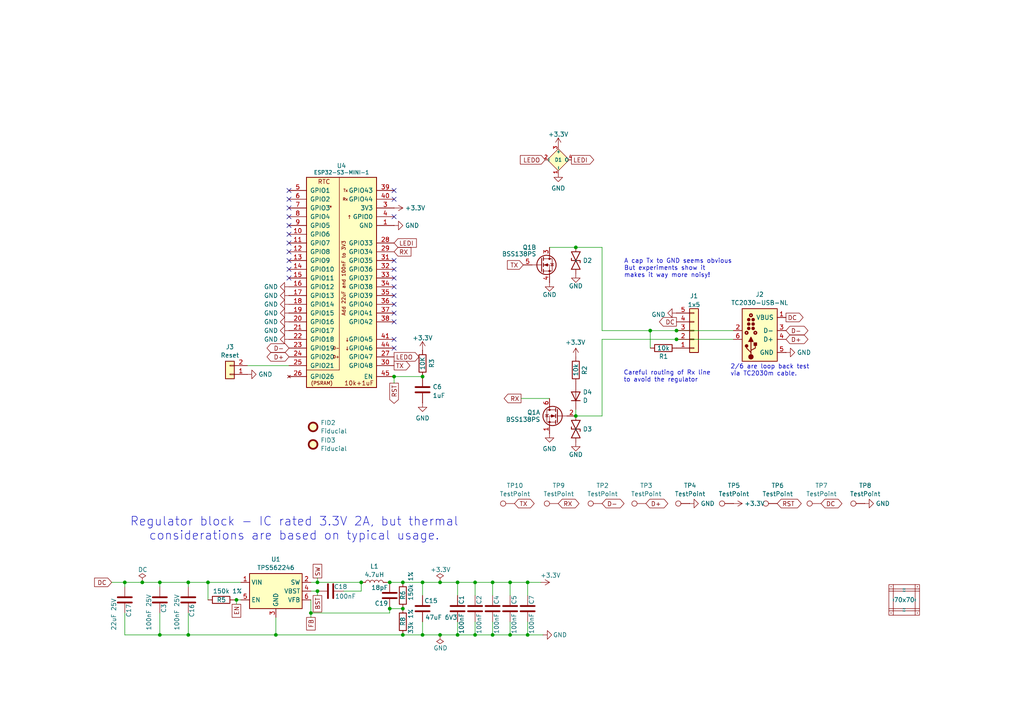
<source format=kicad_sch>
(kicad_sch (version 20250114) (generator "eeschema") (generator_version "9.0")
  (paper "A4")
  (title_block (title "Faikout") (rev "1") (comment 1 "@TheRealRevK") (comment 2 "www.me.uk"))
  (lib_symbols
    (symbol "Connector:TestPoint" (pin_numbers (hide yes)) (pin_names (offset 0.762) (hide yes))
      (property "Reference" "TP" (at 0 6.858 0))
      (property "Value" "TestPoint" (at 0 5.08 0))
      (symbol "TestPoint_0_1"
        (circle (center 0 3.302) (radius 0.762))
      )
      (symbol "TestPoint_1_1"
        (pin passive line (at 0 0 90) (length 2.54) (name "1") (number "1"))
      )
    )
    (symbol "Connector_Generic:Conn_01x02" (pin_names (offset 1.016) (hide yes))
      (property "Reference" "J" (at 0 2.54 0))
      (property "Value" "Conn_01x02" (at 0 -5.08 0))
      (symbol "Conn_01x02_1_1"
        (rectangle (start -1.27 1.27) (end 1.27 -3.81) (stroke (width 0.254)) (fill (type background)))
        (rectangle (start -1.27 0.127) (end 0 -0.127) (stroke (width 0.1524)))
        (rectangle (start -1.27 -2.413) (end 0 -2.667) (stroke (width 0.1524)))
        (pin passive line (at -5.08 0 0) (length 3.81) (name "Pin_1") (number "1"))
        (pin passive line (at -5.08 -2.54 0) (length 3.81) (name "Pin_2") (number "2"))
      )
    )
    (symbol "Connector_Generic:Conn_01x05" (pin_names (offset 1.016) (hide yes))
      (property "Reference" "J" (at 0 7.62 0))
      (property "Value" "Conn_01x05" (at 0 -7.62 0))
      (symbol "Conn_01x05_1_1"
        (rectangle (start -1.27 6.35) (end 1.27 -6.35) (stroke (width 0.254)) (fill (type background)))
        (rectangle (start -1.27 5.207) (end 0 4.953) (stroke (width 0.1524)))
        (rectangle (start -1.27 2.667) (end 0 2.413) (stroke (width 0.1524)))
        (rectangle (start -1.27 0.127) (end 0 -0.127) (stroke (width 0.1524)))
        (rectangle (start -1.27 -2.413) (end 0 -2.667) (stroke (width 0.1524)))
        (rectangle (start -1.27 -4.953) (end 0 -5.207) (stroke (width 0.1524)))
        (pin passive line (at -5.08 5.08 0) (length 3.81) (name "Pin_1") (number "1"))
        (pin passive line (at -5.08 2.54 0) (length 3.81) (name "Pin_2") (number "2"))
        (pin passive line (at -5.08 0 0) (length 3.81) (name "Pin_3") (number "3"))
        (pin passive line (at -5.08 -2.54 0) (length 3.81) (name "Pin_4") (number "4"))
        (pin passive line (at -5.08 -5.08 0) (length 3.81) (name "Pin_5") (number "5"))
      )
    )
    (symbol "Device:C" (pin_numbers (hide yes)) (pin_names (offset 0.254))
      (property "Reference" "C" (at 0.635 2.54 0))
      (property "Value" "C" (at 0.635 -2.54 0))
      (symbol "C_0_1"
        (polyline (pts (xy -2.032 0.762) (xy 2.032 0.762)) (stroke (width 0.508)))
        (polyline (pts (xy -2.032 -0.762) (xy 2.032 -0.762)) (stroke (width 0.508)))
      )
      (symbol "C_1_1"
        (pin passive line (at 0 3.81 270) (length 2.794) (name "~") (number "1"))
        (pin passive line (at 0 -3.81 90) (length 2.794) (name "~") (number "2"))
      )
    )
    (symbol "Device:D" (pin_numbers (hide yes)) (pin_names (offset 1.016) (hide yes))
      (property "Reference" "D" (at 0 2.54 0))
      (property "Value" "D" (at 0 -2.54 0))
      (symbol "D_0_1"
        (polyline (pts (xy -1.27 1.27) (xy -1.27 -1.27)) (stroke (width 0.254)))
        (polyline (pts (xy 1.27 1.27) (xy 1.27 -1.27) (xy -1.27 0) (xy 1.27 1.27)) (stroke (width 0.254)))
        (polyline (pts (xy 1.27 0) (xy -1.27 0)))
      )
      (symbol "D_1_1"
        (pin passive line (at -3.81 0 0) (length 2.54) (name "K") (number "1"))
        (pin passive line (at 3.81 0 180) (length 2.54) (name "A") (number "2"))
      )
    )
    (symbol "Device:L" (pin_numbers (hide yes)) (pin_names (offset 1.016) (hide yes))
      (property "Reference" "L" (at -1.27 0 90))
      (property "Value" "L" (at 1.905 0 90))
      (symbol "L_0_1"
        (arc (start 0 2.54) (mid 0.6323 1.905) (end 0 1.27))
        (arc (start 0 1.27) (mid 0.6323 0.635) (end 0 0))
        (arc (start 0 0) (mid 0.6323 -0.635) (end 0 -1.27))
        (arc (start 0 -1.27) (mid 0.6323 -1.905) (end 0 -2.54))
      )
      (symbol "L_1_1"
        (pin passive line (at 0 3.81 270) (length 1.27) (name "1") (number "1"))
        (pin passive line (at 0 -3.81 90) (length 1.27) (name "2") (number "2"))
      )
    )
    (symbol "Device:R" (pin_numbers (hide yes)) (pin_names (offset 0))
      (property "Reference" "R" (at 2.032 0 90))
      (property "Value" "R" (at 0 0 90))
      (symbol "R_0_1"
        (rectangle (start -1.016 -2.54) (end 1.016 2.54) (stroke (width 0.254)))
      )
      (symbol "R_1_1"
        (pin passive line (at 0 3.81 270) (length 1.27) (name "~") (number "1"))
        (pin passive line (at 0 -3.81 90) (length 1.27) (name "~") (number "2"))
      )
    )
    (symbol "Mechanical:Fiducial" (in_bom no)
      (property "Reference" "FID" (at 0 5.08 0))
      (property "Value" "Fiducial" (at 0 3.175 0))
      (symbol "Fiducial_0_1"
        (circle (center 0 0) (radius 1.27) (stroke (width 0.508)) (fill (type background)))
      )
    )
    (symbol "RevK:BSS138PS" (pin_names (hide yes))
      (property "Reference" "Q" (at 5.08 2.54 0))
      (property "Value" "BSS138PS" (at 5.08 0 0))
      (symbol "BSS138PS_1_1"
        (polyline (pts (xy 0.254 0) (xy -2.54 0)))
        (polyline (pts (xy 0.254 -1.905) (xy 0.254 1.905)) (stroke (width 0.254)))
        (polyline (pts (xy 0.762 1.778) (xy 3.302 1.778) (xy 3.302 -1.778) (xy 0.762 -1.778)))
        (polyline (pts (xy 0.762 1.27) (xy 0.762 2.286)) (stroke (width 0.254)))
        (polyline (pts (xy 0.762 -0.508) (xy 0.762 0.508)) (stroke (width 0.254)))
        (polyline (pts (xy 0.762 -2.286) (xy 0.762 -1.27)) (stroke (width 0.254)))
        (polyline (pts (xy 1.016 0) (xy 2.032 -0.381) (xy 2.032 0.381) (xy 1.016 0)) (fill (type outline)))
        (circle (center 1.651 0) (radius 2.794) (stroke (width 0.254)))
        (polyline (pts (xy 2.54 1.905) (xy 2.54 2.54)))
        (circle (center 2.54 1.778) (radius 0.254) (fill (type outline)))
        (circle (center 2.54 -1.778) (radius 0.254) (fill (type outline)))
        (polyline (pts (xy 2.54 -2.54) (xy 2.54 0) (xy 0.762 0)))
        (polyline (pts (xy 2.794 0.508) (xy 2.921 0.381) (xy 3.683 0.381) (xy 3.81 0.254)))
        (polyline (pts (xy 3.302 0.381) (xy 2.921 -0.254) (xy 3.683 -0.254) (xy 3.302 0.381)))
        (pin input line (at -5.08 0 0) (length 2.54) (name "GN") (number "2"))
        (pin passive line (at 2.54 5.08 270) (length 2.54) (name "DN") (number "6"))
        (pin passive line (at 2.54 -5.08 90) (length 2.54) (name "SN") (number "1"))
      )
      (symbol "BSS138PS_2_1"
        (polyline (pts (xy 0.254 0) (xy -2.54 0)))
        (polyline (pts (xy 0.254 -1.905) (xy 0.254 1.905)) (stroke (width 0.254)))
        (polyline (pts (xy 0.762 1.778) (xy 3.302 1.778) (xy 3.302 -1.778) (xy 0.762 -1.778)))
        (polyline (pts (xy 0.762 1.27) (xy 0.762 2.286)) (stroke (width 0.254)))
        (polyline (pts (xy 0.762 -0.508) (xy 0.762 0.508)) (stroke (width 0.254)))
        (polyline (pts (xy 0.762 -2.286) (xy 0.762 -1.27)) (stroke (width 0.254)))
        (polyline (pts (xy 1.016 0) (xy 2.032 -0.381) (xy 2.032 0.381) (xy 1.016 0)) (fill (type outline)))
        (circle (center 1.651 0) (radius 2.794) (stroke (width 0.254)))
        (polyline (pts (xy 2.54 1.905) (xy 2.54 2.54)))
        (circle (center 2.54 1.778) (radius 0.254) (fill (type outline)))
        (circle (center 2.54 -1.778) (radius 0.254) (fill (type outline)))
        (polyline (pts (xy 2.54 -2.54) (xy 2.54 0) (xy 0.762 0)))
        (polyline (pts (xy 2.794 0.508) (xy 2.921 0.381) (xy 3.683 0.381) (xy 3.81 0.254)))
        (polyline (pts (xy 3.302 0.381) (xy 2.921 -0.254) (xy 3.683 -0.254) (xy 3.302 0.381)))
        (pin input line (at -5.08 0 0) (length 2.54) (name "GP") (number "5"))
        (pin passive line (at 2.54 5.08 270) (length 2.54) (name "SP") (number "3"))
        (pin passive line (at 2.54 -5.08 90) (length 2.54) (name "DP") (number "4"))
      )
    )
    (symbol "RevK:ES05D1MC10" (pin_numbers (hide yes))
      (property "Reference" "D" (at 0 2.54 0))
      (symbol "ES05D1MC10_0_1"
        (polyline (pts (xy -2.54 1.27) (xy -2.54 -1.27) (xy 0 0) (xy -2.54 1.27)) (stroke (width 0.254)))
        (polyline (pts (xy 2.54 -1.27) (xy 2.54 1.27) (xy 0 0) (xy 2.54 -1.27)) (stroke (width 0.254)))
      )
      (symbol "ES05D1MC10_1_1"
        (polyline (pts (xy 0.635 1.27) (xy 0 1.27) (xy 0 -1.27) (xy -0.635 -1.27)) (stroke (width 0.254)))
        (pin passive line (at -3.81 0 0) (length 1.27) (name "~") (number "2"))
        (pin passive line (at 3.81 0 180) (length 1.27) (name "~") (number "1"))
      )
    )
    (symbol "RevK:ESP32-S3-MINI-1-N4R2" (pin_names (offset 1.016))
      (property "Reference" "U" (at 9.525 28.575 0))
      (property "Value" "ESP32-S3-MINI-1-N4R2" (at 0 31.115 0))
      (symbol "ESP32-S3-MINI-1-N4R2_0_0"
        (rectangle (start -10.16 30.48) (end 10.16 -30.48) (stroke (width 0.254)) (fill (type background)))
      )
      (symbol "ESP32-S3-MINI-1-N4R2_1_1"
        (polyline (pts (xy -10.16 -25.4) (xy -0.635 -25.4)))
        (polyline (pts (xy -0.635 30.48) (xy -0.635 -25.4)))
        (text "(PSRAM)" (at -5.715 -29.21 0) (effects (font (size 1 1))))
        (text "RTC" (at -5.08 29.21 0) (effects (font (size 1.27 1.27))))
        (text "*" (at -3.175 21.59 0) (effects (font (size 1.27 1.27))))
        (text "D-" (at -2.54 -19.05 0) (effects (font (size 0.8 0.8)) (justify left)))
        (text "D+" (at -2.54 -21.59 0) (effects (font (size 0.8 0.8)) (justify left)))
        (text "Add 22uF and 100nF to 3V3" (at 0.635 1.27 900) (effects (font (size 1 1))))
        (text "Tx" (at 1.905 26.67 0) (effects (font (size 0.8 0.8)) (justify right)))
        (text "Rx" (at 1.905 24.13 0) (effects (font (size 0.8 0.8)) (justify right)))
        (text "↓" (at 2.54 -16.51 0) (effects (font (size 1.27 1.27)) (justify right)))
        (text "↓" (at 2.54 -19.05 0) (effects (font (size 1.27 1.27)) (justify right)))
        (text "↑" (at 3.175 19.05 0) (effects (font (size 1.27 1.27)) (justify right)))
        (text "10k+1uF" (at 5.08 -29.21 0) (effects (font (size 1.27 1.27))))
        (pin passive line (at -15.24 26.67 0) (length 5.08) (name "GPIO1") (number "5"))
        (pin passive line (at -15.24 24.13 0) (length 5.08) (name "GPIO2") (number "6"))
        (pin passive line (at -15.24 21.59 0) (length 5.08) (name "GPIO3") (number "7"))
        (pin passive line (at -15.24 19.05 0) (length 5.08) (name "GPIO4") (number "8"))
        (pin passive line (at -15.24 16.51 0) (length 5.08) (name "GPIO5") (number "9"))
        (pin passive line (at -15.24 13.97 0) (length 5.08) (name "GPIO6") (number "10"))
        (pin passive line (at -15.24 11.43 0) (length 5.08) (name "GPIO7") (number "11"))
        (pin passive line (at -15.24 8.89 0) (length 5.08) (name "GPIO8") (number "12"))
        (pin passive line (at -15.24 6.35 0) (length 5.08) (name "GPIO9") (number "13"))
        (pin passive line (at -15.24 3.81 0) (length 5.08) (name "GPIO10") (number "14"))
        (pin passive line (at -15.24 1.27 0) (length 5.08) (name "GPIO11") (number "15"))
        (pin passive line (at -15.24 -1.27 0) (length 5.08) (name "GPIO12") (number "16"))
        (pin passive line (at -15.24 -3.81 0) (length 5.08) (name "GPIO13") (number "17"))
        (pin passive line (at -15.24 -6.35 0) (length 5.08) (name "GPIO14") (number "18"))
        (pin passive line (at -15.24 -8.89 0) (length 5.08) (name "GPIO15") (number "19"))
        (pin passive line (at -15.24 -11.43 0) (length 5.08) (name "GPIO16") (number "20"))
        (pin passive line (at -15.24 -13.97 0) (length 5.08) (name "GPIO17") (number "21"))
        (pin passive line (at -15.24 -16.51 0) (length 5.08) (name "GPIO18") (number "22"))
        (pin passive line (at -15.24 -19.05 0) (length 5.08) (name "GPIO19") (number "23"))
        (pin passive line (at -15.24 -21.59 0) (length 5.08) (name "GPIO20") (number "24"))
        (pin passive line (at -15.24 -24.13 0) (length 5.08) (name "GPIO21") (number "25"))
        (pin no_connect line (at -15.24 -27.305 0) (length 5.08) (name "GPIO26") (number "26"))
        (pin passive line (at 15.24 26.67 180) (length 5.08) (name "GPIO43") (number "39"))
        (pin passive line (at 15.24 24.13 180) (length 5.08) (name "GPIO44") (number "40"))
        (pin power_in line (at 15.24 21.59 180) (length 5.08) (name "3V3") (number "3"))
        (pin passive line (at 15.24 19.05 180) (length 5.08) (name "GPIO0") (number "4"))
        (pin power_in line (at 15.24 16.51 180) (length 5.08) (name "GND") (number "1"))
        (pin power_in line (at 15.24 16.51 180) (length 5.08) (hide yes) (name "GND") (number "2"))
        (pin power_in line (at 15.24 16.51 180) (length 5.08) (hide yes) (name "GND") (number "42"))
        (pin power_in line (at 15.24 16.51 180) (length 5.08) (hide yes) (name "GND") (number "43"))
        (pin power_in line (at 15.24 16.51 180) (length 5.08) (hide yes) (name "GND") (number "46"))
        (pin power_in line (at 15.24 16.51 180) (length 5.08) (hide yes) (name "GND") (number "47"))
        (pin power_in line (at 15.24 16.51 180) (length 5.08) (hide yes) (name "GND") (number "48"))
        (pin power_in line (at 15.24 16.51 180) (length 5.08) (hide yes) (name "GND") (number "49"))
        (pin power_in line (at 15.24 16.51 180) (length 5.08) (hide yes) (name "GND") (number "50"))
        (pin power_in line (at 15.24 16.51 180) (length 5.08) (hide yes) (name "GND") (number "51"))
        (pin power_in line (at 15.24 16.51 180) (length 5.08) (hide yes) (name "GND") (number "52"))
        (pin power_in line (at 15.24 16.51 180) (length 5.08) (hide yes) (name "GND") (number "53"))
        (pin power_in line (at 15.24 16.51 180) (length 5.08) (hide yes) (name "GND") (number "54"))
        (pin power_in line (at 15.24 16.51 180) (length 5.08) (hide yes) (name "GND") (number "55"))
        (pin power_in line (at 15.24 16.51 180) (length 5.08) (hide yes) (name "GND") (number "56"))
        (pin power_in line (at 15.24 16.51 180) (length 5.08) (hide yes) (name "GND") (number "57"))
        (pin power_in line (at 15.24 16.51 180) (length 5.08) (hide yes) (name "GND") (number "58"))
        (pin power_in line (at 15.24 16.51 180) (length 5.08) (hide yes) (name "GND") (number "59"))
        (pin power_in line (at 15.24 16.51 180) (length 5.08) (hide yes) (name "GND") (number "60"))
        (pin power_in line (at 15.24 16.51 180) (length 5.08) (hide yes) (name "GND") (number "61"))
        (pin power_in line (at 15.24 16.51 180) (length 5.08) (hide yes) (name "GND") (number "62"))
        (pin power_in line (at 15.24 16.51 180) (length 5.08) (hide yes) (name "GND") (number "63"))
        (pin power_in line (at 15.24 16.51 180) (length 5.08) (hide yes) (name "GND") (number "64"))
        (pin power_in line (at 15.24 16.51 180) (length 5.08) (hide yes) (name "GND") (number "65"))
        (pin passive line (at 15.24 11.43 180) (length 5.08) (name "GPIO33") (number "28"))
        (pin passive line (at 15.24 8.89 180) (length 5.08) (name "GPIO34") (number "29"))
        (pin passive line (at 15.24 6.35 180) (length 5.08) (name "GPIO35") (number "31"))
        (pin passive line (at 15.24 3.81 180) (length 5.08) (name "GPIO36") (number "32"))
        (pin passive line (at 15.24 1.27 180) (length 5.08) (name "GPIO37") (number "33"))
        (pin passive line (at 15.24 -1.27 180) (length 5.08) (name "GPIO38") (number "34"))
        (pin passive line (at 15.24 -3.81 180) (length 5.08) (name "GPIO39") (number "35"))
        (pin passive line (at 15.24 -6.35 180) (length 5.08) (name "GPIO40") (number "36"))
        (pin passive line (at 15.24 -8.89 180) (length 5.08) (name "GPIO41") (number "37"))
        (pin passive line (at 15.24 -11.43 180) (length 5.08) (name "GPIO42") (number "38"))
        (pin passive line (at 15.24 -16.51 180) (length 5.08) (name "GPIO45") (number "41"))
        (pin passive line (at 15.24 -19.05 180) (length 5.08) (name "GPIO46") (number "44"))
        (pin passive line (at 15.24 -21.59 180) (length 5.08) (name "GPIO47") (number "27"))
        (pin passive line (at 15.24 -24.13 180) (length 5.08) (name "GPIO48") (number "30"))
        (pin input line (at 15.24 -27.305 180) (length 5.08) (name "EN") (number "45"))
      )
    )
    (symbol "RevK:PCB" (in_bom no)
      (property "Value" "XxY" (at 0 0 0))
      (symbol "PCB_0_1"
        (rectangle (start -4.445 4.445) (end 4.445 -4.445))
        (circle (center -3.81 3.81) (radius 0.0001))
        (circle (center -3.81 -3.81) (radius 0.0001))
        (circle (center 3.81 3.81) (radius 0.0001))
        (circle (center 3.81 -3.81) (radius 0.0001))
      )
    )
    (symbol "RevK:TC2030-USB-NL-LB" (pin_names (offset 1.016)) (in_bom no)
      (property "Reference" "J" (at 0 10.922 0))
      (property "Value" "TC2030-USB-NL-LB" (at 0 8.89 0))
      (symbol "TC2030-USB-NL-LB_0_1"
        (rectangle (start -5.08 7.62) (end 5.08 -7.62) (stroke (width 0.254)) (fill (type background)))
        (circle (center -3.81 -3.175) (radius 0.381) (stroke (width 0.254)) (fill (type outline)))
        (circle (center -3.175 4.445) (radius 0.381) (stroke (width 0.254)) (fill (type outline)))
        (circle (center -3.175 3.175) (radius 0.381) (stroke (width 0.254)) (fill (type outline)))
        (circle (center -3.175 1.905) (radius 0.381) (stroke (width 0.254)) (fill (type outline)))
        (polyline (pts (xy -3.175 -1.905) (xy -1.905 -1.905) (xy -2.54 -0.635) (xy -3.175 -1.905)) (stroke (width 0.254)) (fill (type outline)))
        (polyline (pts (xy -2.54 -5.08) (xy -2.54 -4.445) (xy -1.27 -3.81) (xy -1.27 -2.54)) (stroke (width 0.254)))
        (polyline (pts (xy -2.54 -5.715) (xy -2.54 -5.08) (xy -3.81 -3.81) (xy -3.81 -3.175)) (stroke (width 0.254)))
        (circle (center -2.54 -6.35) (radius 0.635) (stroke (width 0.254)) (fill (type outline)))
        (circle (center -1.905 4.445) (radius 0.381) (stroke (width 0.254)) (fill (type outline)))
        (circle (center -1.905 3.175) (radius 0.381) (stroke (width 0.254)) (fill (type outline)))
        (circle (center -1.905 1.905) (radius 0.381) (stroke (width 0.254)) (fill (type outline)))
        (rectangle (start -1.651 -2.286) (end -0.889 -3.048) (stroke (width 0.254)) (fill (type outline)))
      )
      (symbol "TC2030-USB-NL-LB_1_1"
        (circle (center -3.81 0.635) (radius 0.381) (stroke (width 0.4)))
        (circle (center -2.54 5.715) (radius 0.381) (stroke (width 0.4)))
        (polyline (pts (xy -2.54 -4.445) (xy -2.54 -1.905)) (stroke (width 0.254)))
        (circle (center -1.27 0.635) (radius 0.381) (stroke (width 0.4)))
        (pin passive line (at -7.62 1.27 0) (length 2.54) (name "") (number "2"))
        (pin passive line (at -7.62 -1.27 0) (length 2.54) (name "") (number "6"))
        (pin passive line (at 7.62 5.08 180) (length 2.54) (name "VBUS") (number "1"))
        (pin bidirectional line (at 7.62 1.27 180) (length 2.54) (name "D-") (number "3"))
        (pin bidirectional line (at 7.62 -1.27 180) (length 2.54) (name "D+") (number "4"))
        (pin passive line (at 7.62 -5.08 180) (length 2.54) (name "GND") (number "5"))
      )
    )
    (symbol "RevK:TPS562246"
      (property "Reference" "U" (at -7.62 6.35 0))
      (property "Value" "TPS562246" (at -2.54 6.35 0))
      (symbol "TPS562246_0_1"
        (rectangle (start -7.62 5.08) (end 7.62 -5.08) (stroke (width 0.254)) (fill (type background)))
      )
      (symbol "TPS562246_1_1"
        (pin power_in line (at -10.16 2.54 0) (length 2.54) (name "VIN") (number "1"))
        (pin input line (at -10.16 -2.54 0) (length 2.54) (name "EN") (number "5"))
        (pin power_in line (at 0 -7.62 90) (length 2.54) (name "GND") (number "3"))
        (pin output line (at 10.16 2.54 180) (length 2.54) (name "SW") (number "2"))
        (pin passive line (at 10.16 0 180) (length 2.54) (name "VBST") (number "4"))
        (pin input line (at 10.16 -2.54 180) (length 2.54) (name "VFB") (number "6"))
      )
    )
    (symbol "RevK:VCUT" (in_bom no)
      (symbol "VCUT_0_1"
        (polyline (pts (xy -4.445 0) (xy 4.445 0)))
      )
    )
    (symbol "RevK:WS2812B-1.5mm" (pin_names (offset 0.254))
      (property "Reference" "D" (at 0 0 0))
      (symbol "WS2812B-1.5mm_1_1"
        (polyline (pts (xy 0 -3.175) (xy 3.175 0) (xy 0 3.175) (xy -3.175 0) (xy 0 -3.175)) (fill (type background)))
        (pin input line (at -3.81 0 0) (length 0.5) (name "I") (number "2"))
        (pin power_in line (at 0 3.81 270) (length 0.5) (name "+") (number "3"))
        (pin power_in line (at 0 -3.81 90) (length 0.5) (name "-") (number "1"))
        (pin output line (at 3.81 0 180) (length 0.5) (name "O") (number "4"))
      )
    )
    (symbol "power:+3.3V" (power) (pin_numbers (hide yes)) (pin_names (offset 0) (hide yes))
      (property "Value" "+3.3V" (at 0 3.556 0))
      (symbol "+3.3V_0_1"
        (polyline (pts (xy -0.762 1.27) (xy 0 2.54)))
        (polyline (pts (xy 0 2.54) (xy 0.762 1.27)))
        (polyline (pts (xy 0 0) (xy 0 2.54)))
      )
      (symbol "+3.3V_1_1"
        (pin power_in line (at 0 0 90) (length 0) (name "~") (number "1"))
      )
    )
    (symbol "power:GND" (power) (pin_numbers (hide yes)) (pin_names (offset 0) (hide yes))
      (property "Value" "GND" (at 0 -3.81 0))
      (symbol "GND_0_1"
        (polyline (pts (xy 0 0) (xy 0 -1.27) (xy 1.27 -1.27) (xy 0 -2.54) (xy -1.27 -1.27) (xy 0 -1.27)))
      )
      (symbol "GND_1_1"
        (pin power_in line (at 0 0 270) (length 0) (name "~") (number "1"))
      )
    )
    (symbol "power:PWR_FLAG" (power) (pin_numbers (hide yes)) (pin_names (offset 0) (hide yes))
      (property "Value" "PWR_FLAG" (at 0 3.81 0))
      (symbol "PWR_FLAG_0_0"
        (pin power_out line (at 0 0 90) (length 0) (name "~") (number "1"))
      )
      (symbol "PWR_FLAG_0_1"
        (polyline (pts (xy 0 0) (xy 0 1.27) (xy -1.016 1.905) (xy 0 2.54) (xy 1.016 1.905) (xy 0 1.27)))
      )
    )
  )
  (text "Careful routing of Rx line\nto avoid the regulator" (at 180.848 110.998 0) (effects (font (size 1.27 1.27)) (justify left bottom)))
  (text "2/6 are loop back test\nvia TC2030m cable." (at 211.836 109.22 0) (effects (font (size 1.27 1.27)) (justify left bottom)))
  (text "A cap Tx to GND seems obvious\nBut experiments show it\nmakes it way more noisy!" (at 180.975 80.645 0) (effects (font (size 1.27 1.27)) (justify left bottom)))
  (text "Regulator block - IC rated 3.3V 2A, but thermal\nconsiderations are based on typical usage." (at 85.344 153.416 0) (effects (font (size 2.54 2.54))))
  (junction (at 113.03 176.53))
  (junction (at 113.03 168.91))
  (junction (at 60.325 168.91))
  (junction (at 132.715 184.15))
  (junction (at 46.355 184.15))
  (junction (at 142.875 168.91))
  (junction (at 122.555 109.22))
  (junction (at 137.795 184.15))
  (junction (at 80.01 184.15))
  (junction (at 188.595 95.885))
  (junction (at 153.035 168.91))
  (junction (at 92.075 168.91))
  (junction (at 127.635 184.15))
  (junction (at 114.3 109.22))
  (junction (at 147.955 168.91))
  (junction (at 104.775 168.91))
  (junction (at 167.005 71.755))
  (junction (at 90.17 177.8))
  (junction (at 132.715 168.91))
  (junction (at 147.955 184.15))
  (junction (at 41.275 168.91))
  (junction (at 153.035 184.15))
  (junction (at 142.875 184.15))
  (junction (at 68.58 173.99))
  (junction (at 196.215 95.885))
  (junction (at 46.355 168.91))
  (junction (at 127.635 168.91))
  (junction (at 36.195 168.91))
  (junction (at 167.005 120.65))
  (junction (at 196.215 98.425))
  (junction (at 92.075 171.45))
  (junction (at 116.84 176.53))
  (junction (at 116.84 184.15))
  (junction (at 122.555 184.15))
  (junction (at 122.555 168.91))
  (junction (at 116.84 168.91))
  (junction (at 54.61 184.15))
  (junction (at 54.61 168.91))
  (junction (at 137.795 168.91))
  (no_connect (at 114.3 85.725))
  (no_connect (at 114.3 62.865))
  (no_connect (at 83.82 62.865))
  (no_connect (at 83.82 70.485))
  (no_connect (at 114.3 78.105))
  (no_connect (at 83.82 67.945))
  (no_connect (at 114.3 98.425))
  (no_connect (at 83.82 65.405))
  (no_connect (at 83.82 57.785))
  (no_connect (at 114.3 55.245))
  (no_connect (at 114.3 75.565))
  (no_connect (at 83.82 60.325))
  (no_connect (at 83.82 78.105))
  (no_connect (at 83.82 55.245))
  (no_connect (at 83.82 73.025))
  (no_connect (at 114.3 93.345))
  (no_connect (at 114.3 57.785))
  (no_connect (at 114.3 83.185))
  (no_connect (at 83.82 75.565))
  (no_connect (at 114.3 90.805))
  (no_connect (at 114.3 100.965))
  (no_connect (at 114.3 88.265))
  (no_connect (at 114.3 80.645))
  (no_connect (at 83.82 80.645))
  (wire (pts (xy 104.775 168.91) (xy 104.775 171.45)))
  (wire (pts (xy 92.075 167.64) (xy 92.075 168.91)))
  (wire (pts (xy 90.17 177.8) (xy 113.03 177.8)))
  (wire (pts (xy 46.355 184.15) (xy 36.195 184.15)))
  (wire (pts (xy 54.61 177.8) (xy 54.61 184.15)))
  (wire (pts (xy 68.58 175.26) (xy 68.58 173.99)))
  (wire (pts (xy 142.875 168.91) (xy 147.955 168.91)))
  (wire (pts (xy 41.275 168.91) (xy 46.355 168.91)))
  (wire (pts (xy 90.17 168.91) (xy 92.075 168.91)))
  (wire (pts (xy 174.625 98.425) (xy 174.625 120.65)))
  (wire (pts (xy 174.625 95.885) (xy 188.595 95.885)))
  (wire (pts (xy 137.795 168.91) (xy 142.875 168.91)))
  (wire (pts (xy 196.215 98.425) (xy 212.725 98.425)))
  (wire (pts (xy 122.555 168.91) (xy 127.635 168.91)))
  (wire (pts (xy 167.005 118.745) (xy 167.005 120.65)))
  (wire (pts (xy 113.03 176.53) (xy 116.84 176.53)))
  (wire (pts (xy 153.035 180.34) (xy 153.035 184.15)))
  (wire (pts (xy 147.955 184.15) (xy 153.035 184.15)))
  (wire (pts (xy 132.715 168.91) (xy 132.715 172.72)))
  (wire (pts (xy 137.795 180.34) (xy 137.795 184.15)))
  (wire (pts (xy 137.795 184.15) (xy 142.875 184.15)))
  (wire (pts (xy 46.355 177.8) (xy 46.355 184.15)))
  (wire (pts (xy 113.03 168.91) (xy 116.84 168.91)))
  (wire (pts (xy 116.84 184.15) (xy 122.555 184.15)))
  (wire (pts (xy 122.555 168.91) (xy 122.555 172.72)))
  (wire (pts (xy 90.17 177.8) (xy 90.17 179.07)))
  (wire (pts (xy 137.795 168.91) (xy 137.795 172.72)))
  (wire (pts (xy 90.17 171.45) (xy 92.075 171.45)))
  (wire (pts (xy 147.955 168.91) (xy 153.035 168.91)))
  (wire (pts (xy 46.355 168.91) (xy 46.355 170.18)))
  (wire (pts (xy 54.61 168.91) (xy 60.325 168.91)))
  (wire (pts (xy 132.715 168.91) (xy 137.795 168.91)))
  (wire (pts (xy 54.61 168.91) (xy 54.61 170.18)))
  (wire (pts (xy 167.005 120.65) (xy 174.625 120.65)))
  (wire (pts (xy 114.3 109.22) (xy 114.3 111.125)))
  (wire (pts (xy 90.17 173.99) (xy 90.17 177.8)))
  (wire (pts (xy 104.775 171.45) (xy 99.695 171.45)))
  (wire (pts (xy 116.84 168.91) (xy 122.555 168.91)))
  (wire (pts (xy 153.035 168.91) (xy 156.845 168.91)))
  (wire (pts (xy 92.075 171.45) (xy 92.075 172.72)))
  (wire (pts (xy 114.3 109.22) (xy 122.555 109.22)))
  (wire (pts (xy 68.58 173.99) (xy 69.85 173.99)))
  (wire (pts (xy 36.195 184.15) (xy 36.195 177.8)))
  (wire (pts (xy 122.555 184.15) (xy 122.555 180.34)))
  (wire (pts (xy 142.875 168.91) (xy 142.875 172.72)))
  (wire (pts (xy 113.03 177.8) (xy 113.03 176.53)))
  (wire (pts (xy 60.325 168.91) (xy 69.85 168.91)))
  (wire (pts (xy 188.595 95.885) (xy 196.215 95.885)))
  (wire (pts (xy 60.325 168.91) (xy 60.325 173.99)))
  (wire (pts (xy 80.01 184.15) (xy 80.01 179.07)))
  (wire (pts (xy 196.215 95.885) (xy 212.725 95.885)))
  (wire (pts (xy 167.005 71.755) (xy 174.625 71.755)))
  (wire (pts (xy 174.625 98.425) (xy 196.215 98.425)))
  (wire (pts (xy 54.61 184.15) (xy 46.355 184.15)))
  (wire (pts (xy 36.195 168.91) (xy 36.195 170.18)))
  (wire (pts (xy 153.035 184.15) (xy 157.48 184.15)))
  (wire (pts (xy 142.875 180.34) (xy 142.875 184.15)))
  (wire (pts (xy 46.355 168.91) (xy 54.61 168.91)))
  (wire (pts (xy 80.01 184.15) (xy 116.84 184.15)))
  (wire (pts (xy 71.755 106.045) (xy 83.82 106.045)))
  (wire (pts (xy 127.635 184.15) (xy 122.555 184.15)))
  (wire (pts (xy 137.795 184.15) (xy 132.715 184.15)))
  (wire (pts (xy 112.395 168.91) (xy 113.03 168.91)))
  (wire (pts (xy 147.955 180.34) (xy 147.955 184.15)))
  (wire (pts (xy 142.875 184.15) (xy 147.955 184.15)))
  (wire (pts (xy 32.385 168.91) (xy 36.195 168.91)))
  (wire (pts (xy 127.635 168.91) (xy 132.715 168.91)))
  (wire (pts (xy 67.945 173.99) (xy 68.58 173.99)))
  (wire (pts (xy 159.385 71.755) (xy 167.005 71.755)))
  (wire (pts (xy 132.715 180.34) (xy 132.715 184.15)))
  (wire (pts (xy 153.035 168.91) (xy 153.035 172.72)))
  (wire (pts (xy 80.01 184.15) (xy 54.61 184.15)))
  (wire (pts (xy 174.625 71.755) (xy 174.625 95.885)))
  (wire (pts (xy 36.195 168.91) (xy 41.275 168.91)))
  (wire (pts (xy 188.595 100.965) (xy 188.595 95.885)))
  (wire (pts (xy 92.075 168.91) (xy 104.775 168.91)))
  (wire (pts (xy 132.715 184.15) (xy 127.635 184.15)))
  (wire (pts (xy 147.955 168.91) (xy 147.955 172.72)))
  (wire (pts (xy 151.13 115.57) (xy 159.385 115.57)))
  (global_label "DC" (shape bidirectional) (at 238.125 146.05 0) (property "Intersheetrefs" "${INTERSHEET_REFS}" (effects (hide yes))))
  (global_label "D+" (shape bidirectional) (at 187.325 146.05 0) (property "Intersheetrefs" "${INTERSHEET_REFS}" (effects (hide yes))))
  (global_label "DC" (shape input) (at 32.385 168.91 180) (property "Intersheetrefs" "${INTERSHEET_REFS}" (effects (hide yes))))
  (global_label "D-" (shape bidirectional) (at 227.965 95.885 0) (property "Intersheetrefs" "${INTERSHEET_REFS}" (effects (hide yes))))
  (global_label "RST" (shape bidirectional) (at 225.425 146.05 0) (property "Intersheetrefs" "${INTERSHEET_REFS}" (effects (hide yes))))
  (global_label "D-" (shape bidirectional) (at 83.82 100.965 180) (property "Intersheetrefs" "${INTERSHEET_REFS}" (effects (hide yes))))
  (global_label "D+" (shape bidirectional) (at 227.965 98.425 0) (property "Intersheetrefs" "${INTERSHEET_REFS}" (effects (hide yes))))
  (global_label "TX" (shape bidirectional) (at 149.225 146.05 0) (property "Intersheetrefs" "${INTERSHEET_REFS}" (effects (hide yes))))
  (global_label "LEDO" (shape input) (at 158.115 46.355 180) (property "Intersheetrefs" "${INTERSHEET_REFS}" (effects (hide yes))))
  (global_label "EN" (shape passive) (at 68.58 175.26 270) (property "Intersheetrefs" "${INTERSHEET_REFS}" (effects (hide yes))))
  (global_label "FB" (shape passive) (at 90.17 179.07 270) (property "Intersheetrefs" "${INTERSHEET_REFS}" (effects (hide yes))))
  (global_label "D+" (shape bidirectional) (at 83.82 103.505 180) (property "Intersheetrefs" "${INTERSHEET_REFS}" (effects (hide yes))))
  (global_label "RST" (shape output) (at 114.3 111.125 270) (property "Intersheetrefs" "${INTERSHEET_REFS}" (effects (hide yes))))
  (global_label "DC" (shape output) (at 227.965 92.075 0) (property "Intersheetrefs" "${INTERSHEET_REFS}" (effects (hide yes))))
  (global_label "SW" (shape passive) (at 92.075 167.64 90) (property "Intersheetrefs" "${INTERSHEET_REFS}" (effects (hide yes))))
  (global_label "TX" (shape input) (at 151.765 76.835 180) (property "Intersheetrefs" "${INTERSHEET_REFS}" (effects (hide yes))))
  (global_label "LEDI" (shape output) (at 165.735 46.355 0) (property "Intersheetrefs" "${INTERSHEET_REFS}" (effects (hide yes))))
  (global_label "BST" (shape passive) (at 92.075 172.72 270) (property "Intersheetrefs" "${INTERSHEET_REFS}" (effects (hide yes))))
  (global_label "TX" (shape output) (at 114.3 106.045 0) (property "Intersheetrefs" "${INTERSHEET_REFS}" (effects (hide yes))))
  (global_label "DC" (shape output) (at 196.215 93.345 180) (property "Intersheetrefs" "${INTERSHEET_REFS}" (effects (hide yes))))
  (global_label "RX" (shape bidirectional) (at 161.925 146.05 0) (property "Intersheetrefs" "${INTERSHEET_REFS}" (effects (hide yes))))
  (global_label "RX" (shape input) (at 114.3 73.025 0) (property "Intersheetrefs" "${INTERSHEET_REFS}" (effects (hide yes))))
  (global_label "RX" (shape output) (at 151.13 115.57 180) (property "Intersheetrefs" "${INTERSHEET_REFS}" (effects (hide yes))))
  (global_label "LEDO" (shape output) (at 114.3 103.505 0) (property "Intersheetrefs" "${INTERSHEET_REFS}" (effects (hide yes))))
  (global_label "D-" (shape bidirectional) (at 174.625 146.05 0) (property "Intersheetrefs" "${INTERSHEET_REFS}" (effects (hide yes))))
  (global_label "LEDI" (shape input) (at 114.3 70.485 0) (property "Intersheetrefs" "${INTERSHEET_REFS}" (effects (hide yes))))
  (symbol (lib_id "power:+3.3V") (at 122.555 101.6 0) (unit 1)
    (property "Reference" "#PWR014" (effects (hide yes)))
    (property "Value" "+3.3V" (at 122.555 98.0242 0))
    (property "Description" "Power symbol creates a global label with name \"+3.3V\"" (effects (hide yes)))
  )
  (symbol (lib_id "RevK:ES05D1MC10") (at 167.005 124.46 270) (unit 1)
    (property "Reference" "D3" (at 169.037 124.46 90) (effects (justify left)))
    (property "Value" "~" (at 167.005 124.46 0))
    (property "Footprint" "RevK:DFN1006-2L" (effects (hide yes)))
    (property "MPN" "C5137770" (effects (hide yes)))
    (property "MPN" "C5137770" (effects (hide yes)))
  )
  (symbol (lib_id "RevK:VCUT") (at 262.255 170.815 0) (unit 1) (exclude_from_sim yes) (in_bom no)
    (property "Reference" "V3" (effects (hide yes)))
    (property "Value" "~" (at 262.255 170.815 0))
    (property "Footprint" "RevK:VCUT70N" (effects (hide yes)))
  )
  (symbol (lib_id "Device:C") (at 46.355 173.99 0) (unit 1)
    (property "Reference" "C3" (at 47.498 177.8 90) (effects (justify left)))
    (property "Value" "100nF 25V" (at 43.18 182.88 90) (effects (justify left)))
    (property "Footprint" "RevK:C_0402" (effects (hide yes)))
    (property "Description" "Unpolarized capacitor" (effects (hide yes)))
    (property "MPN" "C56392" (effects (hide yes)))
  )
  (symbol (lib_id "power:GND") (at 161.925 50.165 0) (unit 1)
    (property "Reference" "#PWR023" (effects (hide yes)))
    (property "Value" "GND" (at 161.925 54.6084 0))
    (property "Description" "Power symbol creates a global label with name \"GND\" , ground" (effects (hide yes)))
  )
  (symbol (lib_id "Connector:TestPoint") (at 174.625 146.05 90) (unit 1) (in_bom no)
    (property "Reference" "TP2" (at 174.752 140.8317 90))
    (property "Value" "TestPoint" (at 174.752 143.256 90))
    (property "Footprint" "RevK:PAD-2mm" (effects (hide yes)))
    (property "Description" "test point" (effects (hide yes)))
  )
  (symbol (lib_id "power:GND") (at 83.82 90.805 270) (unit 1)
    (property "Reference" "#PWR01" (effects (hide yes)))
    (property "Value" "GND" (at 80.6451 90.805 90) (effects (justify right)))
    (property "Description" "Power symbol creates a global label with name \"GND\" , ground" (effects (hide yes)))
  )
  (symbol (lib_id "power:GND") (at 83.82 88.265 270) (unit 1)
    (property "Reference" "#PWR019" (effects (hide yes)))
    (property "Value" "GND" (at 80.6451 88.265 90) (effects (justify right)))
    (property "Description" "Power symbol creates a global label with name \"GND\" , ground" (effects (hide yes)))
  )
  (symbol (lib_id "Device:R") (at 116.84 172.72 0) (unit 1)
    (property "Reference" "R6" (at 116.84 173.99 90) (effects (justify left)))
    (property "Value" "150k 1%" (at 119.126 174.244 90) (effects (justify left)))
    (property "Footprint" "RevK:R_0201" (effects (hide yes)))
    (property "Description" "Resistor" (effects (hide yes)))
    (property "MPN" "C310173" (effects (hide yes)))
  )
  (symbol (lib_id "power:GND") (at 196.215 90.805 270) (unit 1)
    (property "Reference" "#PWR09" (effects (hide yes)))
    (property "Value" "GND" (at 193.0401 91.2388 90) (effects (justify right)))
    (property "Description" "Power symbol creates a global label with name \"GND\" , ground" (effects (hide yes)))
  )
  (symbol (lib_id "power:GND") (at 83.82 83.185 270) (unit 1)
    (property "Reference" "#PWR021" (effects (hide yes)))
    (property "Value" "GND" (at 80.6451 83.185 90) (effects (justify right)))
    (property "Description" "Power symbol creates a global label with name \"GND\" , ground" (effects (hide yes)))
  )
  (symbol (lib_id "RevK:BSS138PS") (at 156.845 76.835 0) (unit 2)
    (property "Reference" "Q1" (at 155.575 71.755 0) (effects (justify right)))
    (property "Value" "BSS138PS" (at 155.575 73.66 0) (effects (justify right)))
    (property "Footprint" "RevK:SOT-363_SC-70-6" (effects (hide yes)))
    (property "Datasheet" "https://datasheet.lcsc.com/lcsc/1810011113_Nexperia-BSS138PS-115_C193381.pdf" (effects (hide yes)))
    (property "Description" "60 V, 320 mA dual N-channel Trench MOSFET" (effects (hide yes)))
    (property "MPN" "C193381" (effects (hide yes)))
  )
  (symbol (lib_id "Device:C") (at 54.61 173.99 0) (unit 1)
    (property "Reference" "C16" (at 55.626 179.07 90) (effects (justify left)))
    (property "Value" "100nF 25V" (at 51.308 182.88 90) (effects (justify left)))
    (property "Footprint" "RevK:C_0402" (effects (hide yes)))
    (property "Description" "Unpolarized capacitor" (effects (hide yes)))
    (property "MPN" "C56392" (effects (hide yes)))
  )
  (symbol (lib_id "Device:R") (at 64.135 173.99 270) (unit 1)
    (property "Reference" "R5" (at 62.865 173.99 90) (effects (justify left)))
    (property "Value" "150k 1%" (at 61.722 171.45 90) (effects (justify left)))
    (property "Footprint" "RevK:R_0201" (effects (hide yes)))
    (property "Description" "Resistor" (effects (hide yes)))
    (property "MPN" "C310173" (effects (hide yes)))
  )
  (symbol (lib_id "Device:R") (at 116.84 180.34 0) (unit 1)
    (property "Reference" "R8" (at 116.84 181.61 90) (effects (justify left)))
    (property "Value" "33k 1%" (at 119.126 183.896 90) (effects (justify left)))
    (property "Footprint" "RevK:R_0201" (effects (hide yes)))
    (property "Description" "Resistor" (effects (hide yes)))
    (property "MPN" "C320835" (effects (hide yes)))
  )
  (symbol (lib_id "power:PWR_FLAG") (at 41.275 168.91 0) (unit 1)
    (property "Reference" "#FLG01" (effects (hide yes)))
    (property "Value" "DC" (at 41.402 165.227 0))
    (property "Description" "Special symbol for telling ERC where power comes from" (effects (hide yes)))
  )
  (symbol (lib_id "power:GND") (at 122.555 116.84 0) (unit 1)
    (property "Reference" "#PWR015" (effects (hide yes)))
    (property "Value" "GND" (at 122.555 121.2834 0))
    (property "Description" "Power symbol creates a global label with name \"GND\" , ground" (effects (hide yes)))
  )
  (symbol (lib_id "Device:L") (at 108.585 168.91 90) (unit 1)
    (property "Reference" "L1" (at 108.585 164.2602 90))
    (property "Value" "4.7uH" (at 108.585 166.6845 90))
    (property "Footprint" "RevK:L_5x5" (effects (hide yes)))
    (property "Description" "Inductor" (effects (hide yes)))
    (property "MPN" "C307876" (effects (hide yes)))
  )
  (symbol (lib_id "Mechanical:Fiducial") (at 90.805 123.825 0) (unit 1) (in_bom no)
    (property "Reference" "FID2" (at 92.964 122.6128 0) (effects (justify left)))
    (property "Value" "Fiducial" (at 92.964 125.0371 0) (effects (justify left)))
    (property "Footprint" "Fiducial:Fiducial_1mm_Mask2mm" (effects (hide yes)))
    (property "Description" "Fiducial Marker" (effects (hide yes)))
  )
  (symbol (lib_id "RevK:TPS562246") (at 80.01 171.45 0) (unit 1)
    (property "Reference" "U1" (at 80.01 162.2255 0))
    (property "Value" "TPS562246" (at 80.01 164.6498 0))
    (property "Footprint" "RevK:SOT-563" (effects (hide yes)))
    (property "Datasheet" "https://www.ti.com/lit/ds/symlink/tps562246.pdf" (effects (hide yes)))
    (property "Description" "2A Synchronous Step-Down Voltage Regulator 580kHz, adjustable output voltage, 4.5-17V Input Voltage, 0.804V-7V Output Voltage, SOT-563" (effects (hide yes)))
    (property "MPN" "C41833479" (effects (hide yes)))
    (property "Rotation Offset" "180" (effects (hide yes)))
  )
  (symbol (lib_id "Device:C") (at 137.795 176.53 180) (unit 1)
    (property "Reference" "C2" (at 138.938 173.99 90))
    (property "Value" "100nF" (at 138.938 180.848 90))
    (property "Footprint" "RevK:C_0201" (effects (hide yes)))
    (property "Description" "Unpolarized capacitor" (effects (hide yes)))
    (property "MPN" "C76934" (effects (hide yes)))
  )
  (symbol (lib_id "power:+3.3V") (at 114.3 60.325 270) (unit 1)
    (property "Reference" "#PWR012" (effects (hide yes)))
    (property "Value" "+3.3V" (at 117.475 60.325 90) (effects (justify left)))
    (property "Description" "Power symbol creates a global label with name \"+3.3V\"" (effects (hide yes)))
  )
  (symbol (lib_id "Device:C") (at 153.035 176.53 180) (unit 1)
    (property "Reference" "C7" (at 154.178 173.99 90))
    (property "Value" "100nF" (at 154.178 180.848 90))
    (property "Footprint" "RevK:C_0201" (effects (hide yes)))
    (property "Description" "Unpolarized capacitor" (effects (hide yes)))
    (property "MPN" "C76934" (effects (hide yes)))
  )
  (symbol (lib_id "RevK:VCUT") (at 259.08 173.99 90) (unit 1) (exclude_from_sim yes) (in_bom no)
    (property "Reference" "V5" (effects (hide yes)))
    (property "Value" "~" (at 259.08 173.99 0))
    (property "Footprint" "RevK:VCUT70N" (effects (hide yes)))
  )
  (symbol (lib_id "RevK:TC2030-USB-NL-LB") (at 220.345 97.155 0) (unit 1) (in_bom no)
    (property "Reference" "J2" (at 220.345 85.3905 0))
    (property "Value" "TC2030-USB-NL" (at 220.345 87.8148 0))
    (property "Footprint" "RevK:Tag-Connect_TC2030-IDC-NL_2x03_P1.27mm_Vertical" (effects (hide yes)))
    (property "Description" "TC2030-USB-NL" (effects (hide yes)))
  )
  (symbol (lib_id "power:GND") (at 114.3 65.405 90) (unit 1)
    (property "Reference" "#PWR013" (effects (hide yes)))
    (property "Value" "GND" (at 117.475 65.405 90) (effects (justify right)))
    (property "Description" "Power symbol creates a global label with name \"GND\" , ground" (effects (hide yes)))
  )
  (symbol (lib_id "RevK:VCUT") (at 262.255 177.165 0) (unit 1) (exclude_from_sim yes) (in_bom no)
    (property "Reference" "V4" (effects (hide yes)))
    (property "Value" "~" (at 262.255 177.165 0))
    (property "Footprint" "RevK:VCUT70N" (effects (hide yes)))
  )
  (symbol (lib_id "RevK:PCB") (at 262.255 173.99 0) (unit 1) (in_bom no)
    (property "Reference" "PCB1" (effects (hide yes)))
    (property "Value" "70x70" (at 262.255 173.99 0))
    (property "Footprint" "RevK:PCB7070" (effects (hide yes)))
  )
  (symbol (lib_id "power:GND") (at 83.82 95.885 270) (unit 1)
    (property "Reference" "#PWR010" (effects (hide yes)))
    (property "Value" "GND" (at 80.6451 95.885 90) (effects (justify right)))
    (property "Description" "Power symbol creates a global label with name \"GND\" , ground" (effects (hide yes)))
  )
  (symbol (lib_id "power:GND") (at 83.82 93.345 270) (unit 1)
    (property "Reference" "#PWR07" (effects (hide yes)))
    (property "Value" "GND" (at 80.6451 93.345 90) (effects (justify right)))
    (property "Description" "Power symbol creates a global label with name \"GND\" , ground" (effects (hide yes)))
  )
  (symbol (lib_id "power:GND") (at 83.82 98.425 270) (unit 1)
    (property "Reference" "#PWR026" (effects (hide yes)))
    (property "Value" "GND" (at 80.6451 98.425 90) (effects (justify right)))
    (property "Description" "Power symbol creates a global label with name \"GND\" , ground" (effects (hide yes)))
  )
  (symbol (lib_id "RevK:VCUT") (at 262.255 176.53 0) (unit 1) (exclude_from_sim yes) (in_bom no)
    (property "Reference" "V2" (effects (hide yes)))
    (property "Value" "~" (at 262.255 176.53 0))
    (property "Footprint" "RevK:VCUT70N" (effects (hide yes)))
  )
  (symbol (lib_id "RevK:ES05D1MC10") (at 167.005 75.565 270) (unit 1)
    (property "Reference" "D2" (at 169.037 75.565 90) (effects (justify left)))
    (property "Value" "~" (at 167.005 75.565 0))
    (property "Footprint" "RevK:DFN1006-2L" (effects (hide yes)))
    (property "MPN" "C5137770" (effects (hide yes)))
  )
  (symbol (lib_id "RevK:BSS138PS") (at 161.925 120.65 0) (mirror y) (unit 1)
    (property "Reference" "Q1" (at 156.718 119.626 0) (effects (justify left)))
    (property "Value" "BSS138PS" (at 156.718 121.674 0) (effects (justify left)))
    (property "Footprint" "RevK:SOT-363_SC-70-6" (effects (hide yes)))
    (property "Datasheet" "https://datasheet.lcsc.com/lcsc/1810011113_Nexperia-BSS138PS-115_C193381.pdf" (effects (hide yes)))
    (property "Description" "60 V, 320 mA dual N-channel Trench MOSFET" (effects (hide yes)))
    (property "MPN" "C193381" (effects (hide yes)))
  )
  (symbol (lib_id "power:+3.3V") (at 156.845 168.91 270) (unit 1)
    (property "Reference" "#PWR029" (effects (hide yes)))
    (property "Value" "+3.3V" (at 156.718 166.878 90) (effects (justify left)))
    (property "Description" "Power symbol creates a global label with name \"+3.3V\"" (effects (hide yes)))
  )
  (symbol (lib_id "power:PWR_FLAG") (at 127.635 168.91 0) (unit 1)
    (property "Reference" "#FLG02" (effects (hide yes)))
    (property "Value" "+3.3V" (at 127.762 165.227 0))
    (property "Description" "Special symbol for telling ERC where power comes from" (effects (hide yes)))
  )
  (symbol (lib_id "power:GND") (at 200.025 146.05 90) (unit 1)
    (property "Reference" "#PWR02" (effects (hide yes)))
    (property "Value" "GND" (at 203.2 146.05 90) (effects (justify right)))
    (property "Description" "Power symbol creates a global label with name \"GND\" , ground" (effects (hide yes)))
  )
  (symbol (lib_id "Connector_Generic:Conn_01x02") (at 66.675 108.585 180) (unit 1) (in_bom no)
    (property "Reference" "J3" (at 66.675 100.6305 0))
    (property "Value" "Reset" (at 66.675 103.0548 0))
    (property "Footprint" "RevK:AA-Pad" (effects (hide yes)))
    (property "Description" "Generic connector, single row, 01x02, script generated (kicad-library-utils/schlib/autogen/connector/)" (effects (hide yes)))
  )
  (symbol (lib_id "Connector:TestPoint") (at 212.725 146.05 90) (unit 1) (in_bom no)
    (property "Reference" "TP5" (at 212.852 140.8317 90))
    (property "Value" "TestPoint" (at 212.852 143.256 90))
    (property "Footprint" "RevK:PAD-2mm" (effects (hide yes)))
    (property "Description" "test point" (effects (hide yes)))
  )
  (symbol (lib_id "RevK:VCUT") (at 265.43 173.99 90) (unit 1) (exclude_from_sim yes) (in_bom no)
    (property "Reference" "V6" (effects (hide yes)))
    (property "Value" "~" (at 265.43 173.99 0))
    (property "Footprint" "RevK:VCUT70N" (effects (hide yes)))
  )
  (symbol (lib_id "RevK:VCUT") (at 262.255 171.45 0) (unit 1) (exclude_from_sim yes) (in_bom no)
    (property "Reference" "V1" (effects (hide yes)))
    (property "Value" "~" (at 262.255 171.45 0))
    (property "Footprint" "RevK:VCUT70N" (effects (hide yes)))
  )
  (symbol (lib_id "Device:D") (at 167.005 114.935 90) (unit 1)
    (property "Reference" "D4" (at 169.037 113.7228 90) (effects (justify right)))
    (property "Value" "D" (at 169.037 116.1471 90) (effects (justify right)))
    (property "Footprint" "RevK:D_0402" (effects (hide yes)))
    (property "Description" "Diode" (effects (hide yes)))
    (property "Sim.Device" "D" (effects (hide yes)))
    (property "Sim.Pins" "1=K 2=A" (effects (hide yes)))
    (property "MPN" "C28642302" (effects (hide yes)))
  )
  (symbol (lib_id "Device:C") (at 142.875 176.53 180) (unit 1)
    (property "Reference" "C4" (at 144.018 173.99 90))
    (property "Value" "100nF" (at 144.018 180.848 90))
    (property "Footprint" "RevK:C_0201" (effects (hide yes)))
    (property "Description" "Unpolarized capacitor" (effects (hide yes)))
    (property "MPN" "C76934" (effects (hide yes)))
  )
  (symbol (lib_id "power:GND") (at 227.965 102.235 90) (unit 1)
    (property "Reference" "#PWR016" (effects (hide yes)))
    (property "Value" "GND" (at 231.14 102.235 90) (effects (justify right)))
    (property "Description" "Power symbol creates a global label with name \"GND\" , ground" (effects (hide yes)))
  )
  (symbol (lib_id "Device:R") (at 192.405 100.965 270) (unit 1)
    (property "Reference" "R1" (at 193.802 103.378 90) (effects (justify right)))
    (property "Value" "10k" (at 192.405 100.965 90))
    (property "Footprint" "RevK:R_0201" (effects (hide yes)))
    (property "Description" "Resistor" (effects (hide yes)))
    (property "MPN" "C106225" (effects (hide yes)))
  )
  (symbol (lib_id "Connector:TestPoint") (at 200.025 146.05 90) (unit 1) (in_bom no)
    (property "Reference" "TP4" (at 200.152 140.8317 90))
    (property "Value" "TestPoint" (at 200.152 143.256 90))
    (property "Footprint" "RevK:PAD-2mm" (effects (hide yes)))
    (property "Description" "test point" (effects (hide yes)))
  )
  (symbol (lib_id "power:+3.3V") (at 212.725 146.05 270) (unit 1)
    (property "Reference" "#PWR04" (effects (hide yes)))
    (property "Value" "+3.3V" (at 215.9 146.05 90) (effects (justify left)))
    (property "Description" "Power symbol creates a global label with name \"+3.3V\"" (effects (hide yes)))
  )
  (symbol (lib_id "power:+3.3V") (at 161.925 42.545 0) (unit 1)
    (property "Reference" "#PWR022" (effects (hide yes)))
    (property "Value" "+3.3V" (at 161.925 38.9692 0))
    (property "Description" "Power symbol creates a global label with name \"+3.3V\"" (effects (hide yes)))
  )
  (symbol (lib_id "Device:C") (at 122.555 176.53 0) (unit 1)
    (property "Reference" "C15" (at 123.063 174.244 0) (effects (justify left)))
    (property "Value" "47uF 6V3" (at 123.317 179.07 0) (effects (justify left)))
    (property "Footprint" "RevK:C_0805" (effects (hide yes)))
    (property "Description" "Unpolarized capacitor" (effects (hide yes)))
    (property "MPN" "C16780" (effects (hide yes)))
  )
  (symbol (lib_id "Device:C") (at 113.03 172.72 180) (unit 1)
    (property "Reference" "C19" (at 110.617 175.006 0))
    (property "Value" "18pF" (at 110.109 170.434 0))
    (property "Footprint" "RevK:C_0201" (effects (hide yes)))
    (property "Description" "Unpolarized capacitor" (effects (hide yes)))
    (property "MPN" "C62164" (effects (hide yes)))
  )
  (symbol (lib_id "power:GND") (at 159.385 125.73 0) (unit 1)
    (property "Reference" "#PWR0102" (effects (hide yes)))
    (property "Value" "GND" (at 159.385 130.1734 0))
    (property "Description" "Power symbol creates a global label with name \"GND\" , ground" (effects (hide yes)))
  )
  (symbol (lib_id "RevK:WS2812B-1.5mm") (at 161.925 46.355 0) (unit 1)
    (property "Reference" "D1" (at 161.925 46.355 0) (effects (font (size 1 1))))
    (property "Value" "XL-1615RGBC-2812B" (effects (hide yes)))
    (property "Footprint" "RevK:SMD1615" (effects (hide yes)))
    (property "Datasheet" "https://www.lcsc.com/datasheet/C5349954.pdf" (effects (hide yes)))
    (property "Description" "RGB LED with integrated controller" (effects (hide yes)))
    (property "MPN" "C5349954" (effects (hide yes)))
  )
  (symbol (lib_id "Connector_Generic:Conn_01x05") (at 201.295 95.885 0) (mirror x) (unit 1)
    (property "Reference" "J1" (at 201.295 85.8352 0))
    (property "Value" "1x5" (at 201.295 88.3721 0))
    (property "Footprint" "RevK:JST_EH_S5B-EH_1x05_P2.50mm_Horizontal" (effects (hide yes)))
    (property "Description" "Generic connector, single row, 01x05, script generated (kicad-library-utils/schlib/autogen/connector/)" (effects (hide yes)))
    (property "MPN" "C265103" (effects (hide yes)))
  )
  (symbol (lib_id "power:GND") (at 157.48 184.15 90) (unit 1)
    (property "Reference" "#PWR0108" (effects (hide yes)))
    (property "Value" "GND" (at 164.465 184.15 90) (effects (justify left)))
    (property "Description" "Power symbol creates a global label with name \"GND\" , ground" (effects (hide yes)))
  )
  (symbol (lib_id "power:+3.3V") (at 167.005 103.505 0) (unit 1)
    (property "Reference" "#PWR028" (effects (hide yes)))
    (property "Value" "+3.3V" (at 166.878 99.314 0))
    (property "Description" "Power symbol creates a global label with name \"+3.3V\"" (effects (hide yes)))
  )
  (symbol (lib_id "power:GND") (at 250.825 146.05 90) (unit 1)
    (property "Reference" "#PWR05" (effects (hide yes)))
    (property "Value" "GND" (at 254 146.05 90) (effects (justify right)))
    (property "Description" "Power symbol creates a global label with name \"GND\" , ground" (effects (hide yes)))
  )
  (symbol (lib_id "Connector:TestPoint") (at 250.825 146.05 90) (unit 1) (in_bom no)
    (property "Reference" "TP8" (at 250.952 140.8317 90))
    (property "Value" "TestPoint" (at 250.952 143.256 90))
    (property "Footprint" "RevK:PAD-2mm" (effects (hide yes)))
    (property "Description" "test point" (effects (hide yes)))
  )
  (symbol (lib_id "power:GND") (at 167.005 128.27 0) (unit 1)
    (property "Reference" "#PWR024" (effects (hide yes)))
    (property "Value" "GND" (at 167.005 131.8458 0))
    (property "Description" "Power symbol creates a global label with name \"GND\" , ground" (effects (hide yes)))
  )
  (symbol (lib_id "power:GND") (at 71.755 108.585 90) (unit 1)
    (property "Reference" "#PWR017" (effects (hide yes)))
    (property "Value" "GND" (at 74.93 108.585 90) (effects (justify right)))
    (property "Description" "Power symbol creates a global label with name \"GND\" , ground" (effects (hide yes)))
  )
  (symbol (lib_id "Device:R") (at 167.005 107.315 0) (unit 1)
    (property "Reference" "R2" (at 169.545 106.045 90) (effects (justify right)))
    (property "Value" "10k" (at 167.005 107.315 90))
    (property "Footprint" "RevK:R_0201" (effects (hide yes)))
    (property "Description" "Resistor" (effects (hide yes)))
    (property "MPN" "C106225" (effects (hide yes)))
  )
  (symbol (lib_id "Connector:TestPoint") (at 225.425 146.05 90) (unit 1) (in_bom no)
    (property "Reference" "TP6" (at 225.552 140.8317 90))
    (property "Value" "TestPoint" (at 225.552 143.256 90))
    (property "Footprint" "RevK:PAD-2mm" (effects (hide yes)))
    (property "Description" "test point" (effects (hide yes)))
  )
  (symbol (lib_id "power:GND") (at 159.385 81.915 0) (unit 1)
    (property "Reference" "#PWR08" (effects (hide yes)))
    (property "Value" "GND" (at 159.385 85.4908 0))
    (property "Description" "Power symbol creates a global label with name \"GND\" , ground" (effects (hide yes)))
  )
  (symbol (lib_id "Device:C") (at 122.555 113.03 0) (unit 1)
    (property "Reference" "C6" (at 125.476 112.1953 0) (effects (justify left)))
    (property "Value" "1uF" (at 125.476 114.7322 0) (effects (justify left)))
    (property "Footprint" "RevK:C_0201" (effects (hide yes)))
    (property "Description" "Unpolarized capacitor" (effects (hide yes)))
  )
  (symbol (lib_id "power:GND") (at 167.005 79.375 0) (unit 1)
    (property "Reference" "#PWR03" (effects (hide yes)))
    (property "Value" "GND" (at 167.005 82.9508 0))
    (property "Description" "Power symbol creates a global label with name \"GND\" , ground" (effects (hide yes)))
  )
  (symbol (lib_id "Device:R") (at 122.555 105.41 0) (unit 1)
    (property "Reference" "R3" (at 125.222 105.41 90))
    (property "Value" "10K" (at 122.555 105.41 90))
    (property "Footprint" "RevK:R_0201" (effects (hide yes)))
    (property "Description" "Resistor" (effects (hide yes)))
    (property "MPN" "C106225" (effects (hide yes)))
  )
  (symbol (lib_id "Connector:TestPoint") (at 149.225 146.05 90) (unit 1) (in_bom no)
    (property "Reference" "TP10" (at 149.352 140.8317 90))
    (property "Value" "TestPoint" (at 149.352 143.256 90))
    (property "Footprint" "RevK:PAD-2mm" (effects (hide yes)))
    (property "Description" "test point" (effects (hide yes)))
  )
  (symbol (lib_id "Device:C") (at 36.195 173.99 0) (unit 1)
    (property "Reference" "C17" (at 37.338 179.07 90) (effects (justify left)))
    (property "Value" "22uF 25V" (at 33.02 182.88 90) (effects (justify left)))
    (property "Footprint" "RevK:C_0805" (effects (hide yes)))
    (property "Description" "Unpolarized capacitor" (effects (hide yes)))
    (property "MPN" "C45783" (effects (hide yes)))
  )
  (symbol (lib_id "Device:C") (at 147.955 176.53 180) (unit 1)
    (property "Reference" "C5" (at 149.098 173.99 90))
    (property "Value" "100nF" (at 149.098 180.848 90))
    (property "Footprint" "RevK:C_0201" (effects (hide yes)))
    (property "Description" "Unpolarized capacitor" (effects (hide yes)))
    (property "MPN" "C76934" (effects (hide yes)))
  )
  (symbol (lib_id "Connector:TestPoint") (at 187.325 146.05 90) (unit 1) (in_bom no)
    (property "Reference" "TP3" (at 187.452 140.8317 90))
    (property "Value" "TestPoint" (at 187.452 143.256 90))
    (property "Footprint" "RevK:PAD-2mm" (effects (hide yes)))
    (property "Description" "test point" (effects (hide yes)))
  )
  (symbol (lib_id "RevK:ESP32-S3-MINI-1-N4R2") (at 99.06 81.915 0) (unit 1)
    (property "Reference" "U4" (at 99.06 48.0782 0))
    (property "Value" "ESP32-S3-MINI-1" (at 99.06 50.0146 0) (effects (font (size 1.1 1.1))))
    (property "Footprint" "RevK:ESP32-S3-MINI-1" (effects (hide yes)))
    (property "Datasheet" "https://www.espressif.com/sites/default/files/documentation/esp32-s3-mini-1_mini-1u_datasheet_en.pdf" (effects (hide yes)))
    (property "Description" "ESP32S3" (effects (hide yes)))
    (property "MPN" "C3013941" (effects (hide yes)))
  )
  (symbol (lib_id "Mechanical:Fiducial") (at 90.805 128.905 0) (unit 1) (in_bom no)
    (property "Reference" "FID3" (at 92.964 127.6928 0) (effects (justify left)))
    (property "Value" "Fiducial" (at 92.964 130.1171 0) (effects (justify left)))
    (property "Footprint" "Fiducial:Fiducial_1mm_Mask2mm" (effects (hide yes)))
    (property "Description" "Fiducial Marker" (effects (hide yes)))
  )
  (symbol (lib_id "Device:C") (at 132.715 176.53 180) (unit 1)
    (property "Reference" "C1" (at 133.858 173.99 90))
    (property "Value" "100nF" (at 133.858 180.848 90))
    (property "Footprint" "RevK:C_0201" (effects (hide yes)))
    (property "Description" "Unpolarized capacitor" (effects (hide yes)))
    (property "MPN" "C76934" (effects (hide yes)))
  )
  (symbol (lib_id "power:PWR_FLAG") (at 127.635 184.15 180) (unit 1)
    (property "Reference" "#FLG03" (effects (hide yes)))
    (property "Value" "GND" (at 127.762 187.96 0))
    (property "Description" "Special symbol for telling ERC where power comes from" (effects (hide yes)))
  )
  (symbol (lib_id "Device:C") (at 95.885 171.45 90) (unit 1)
    (property "Reference" "C18" (at 98.806 170.18 90))
    (property "Value" "100nF" (at 100.203 172.974 90))
    (property "Footprint" "RevK:C_0201" (effects (hide yes)))
    (property "Description" "Unpolarized capacitor" (effects (hide yes)))
    (property "MPN" "C76934" (effects (hide yes)))
  )
  (symbol (lib_id "Connector:TestPoint") (at 238.125 146.05 90) (unit 1) (in_bom no)
    (property "Reference" "TP7" (at 238.252 140.8317 90))
    (property "Value" "TestPoint" (at 238.252 143.256 90))
    (property "Footprint" "RevK:PAD-2mm" (effects (hide yes)))
    (property "Description" "test point" (effects (hide yes)))
  )
  (symbol (lib_id "Connector:TestPoint") (at 161.925 146.05 90) (unit 1) (in_bom no)
    (property "Reference" "TP9" (at 162.052 140.8317 90))
    (property "Value" "TestPoint" (at 162.052 143.256 90))
    (property "Footprint" "RevK:PAD-2mm" (effects (hide yes)))
    (property "Description" "test point" (effects (hide yes)))
  )
  (symbol (lib_id "power:GND") (at 83.82 85.725 270) (unit 1)
    (property "Reference" "#PWR018" (effects (hide yes)))
    (property "Value" "GND" (at 80.6451 85.725 90) (effects (justify right)))
    (property "Description" "Power symbol creates a global label with name \"GND\" , ground" (effects (hide yes)))
  )
)
</source>
